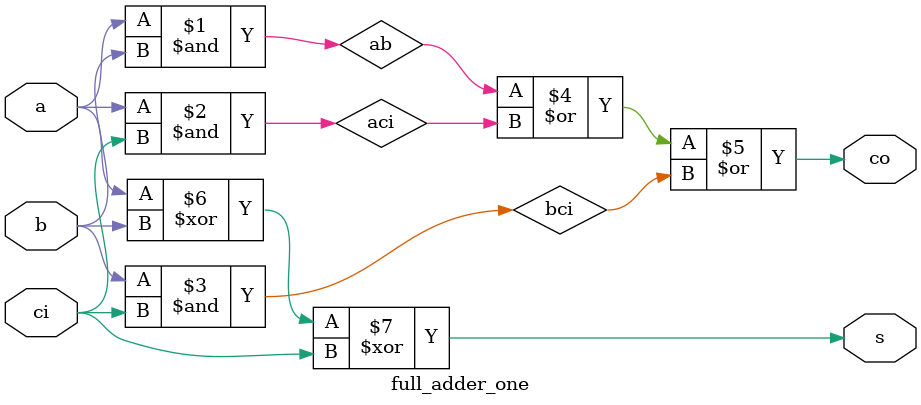
<source format=v>
module full_adder_one (a, b, ci, co, s);

  input a, b, ci;
  output co, s;
  wire ab, aci, bci;

  and (ab, a, b);
  and (aci, a, ci);
  and (bci, b, ci);
  or (co, ab, aci, bci);
  xor (s, a, b, ci);

endmodule // full_add_one

</source>
